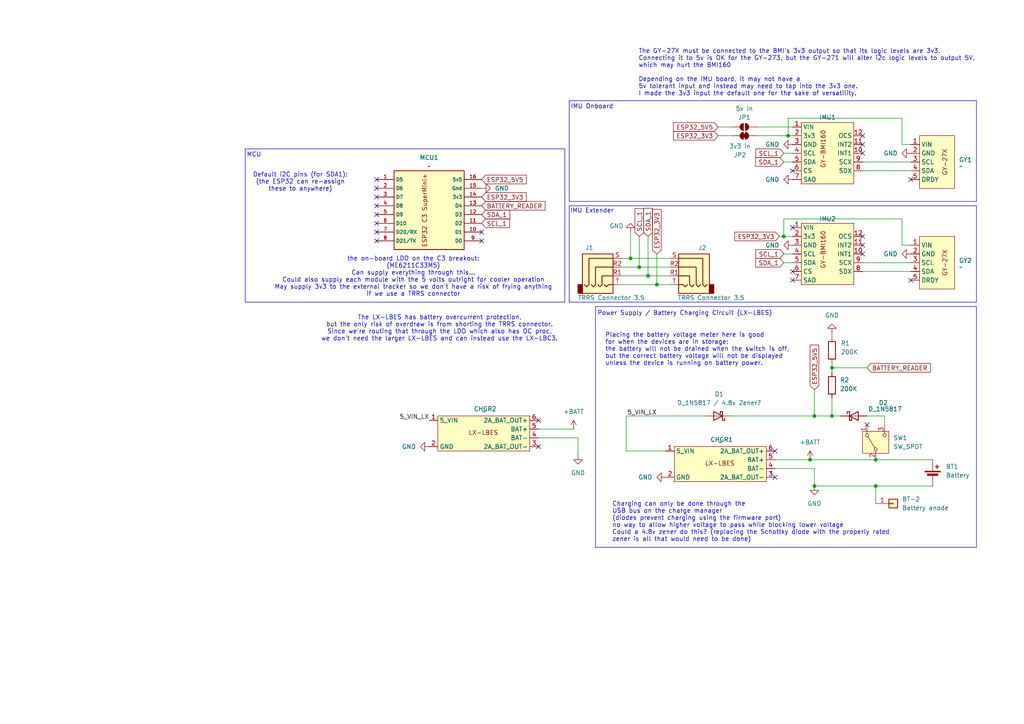
<source format=kicad_sch>
(kicad_sch (version 20250114) (generator "eeschema") (generator_version "9.0")
  (paper "A4")
  (title_block (title "UFBTM") (rev "1.0") (company "Dr. G"))
  (lib_symbols
    (symbol "Connector_Audio:AudioJack4"
      (property "Reference" "J" (at 0 8.89 0))
      (property "Value" "AudioJack4" (at 0 6.35 0))
      (symbol "AudioJack4_0_1"
        (rectangle (start -6.35 -5.08) (end -7.62 -7.62) (stroke (width 0.254)) (fill (type outline)))
        (polyline (pts (xy -5.715 -5.08) (xy -5.08 -5.715) (xy -4.445 -5.08) (xy -4.445 2.54) (xy 2.54 2.54)) (stroke (width 0.254)))
        (polyline (pts (xy -1.905 -5.08) (xy -1.27 -5.715) (xy -0.635 -5.08) (xy -0.635 -2.54) (xy 2.54 -2.54)) (stroke (width 0.254)))
        (polyline (pts (xy 0 -5.08) (xy 0.635 -5.715) (xy 1.27 -5.08) (xy 2.54 -5.08)) (stroke (width 0.254)))
        (rectangle (start 2.54 3.81) (end -6.35 -7.62) (stroke (width 0.254)) (fill (type background)))
        (polyline (pts (xy 2.54 0) (xy -2.54 0) (xy -2.54 -5.08) (xy -3.175 -5.715) (xy -3.81 -5.08)) (stroke (width 0.254)))
      )
      (symbol "AudioJack4_1_1"
        (pin passive line (at 5.08 2.54 180) (length 2.54) (name "~") (number "S"))
        (pin passive line (at 5.08 0 180) (length 2.54) (name "~") (number "R2"))
        (pin passive line (at 5.08 -2.54 180) (length 2.54) (name "~") (number "R1"))
        (pin passive line (at 5.08 -5.08 180) (length 2.54) (name "~") (number "T"))
      )
    )
    (symbol "Connector_Generic:Conn_01x01" (pin_names (offset 1.016) (hide yes))
      (property "Reference" "J" (at 0 2.54 0))
      (property "Value" "Conn_01x01" (at 0 -2.54 0))
      (symbol "Conn_01x01_1_1"
        (rectangle (start -1.27 1.27) (end 1.27 -1.27) (stroke (width 0.254)) (fill (type background)))
        (rectangle (start -1.27 0.127) (end 0 -0.127) (stroke (width 0.1524)))
        (pin passive line (at -5.08 0 0) (length 3.81) (name "Pin_1") (number "1"))
      )
    )
    (symbol "Device:Battery_Cell" (pin_numbers (hide yes)) (pin_names (offset 0) (hide yes))
      (property "Reference" "BT" (at 2.54 2.54 0))
      (property "Value" "Battery_Cell" (at 2.54 0 0))
      (symbol "Battery_Cell_0_1"
        (rectangle (start -2.286 1.778) (end 2.286 1.524) (fill (type outline)))
        (rectangle (start -1.524 1.016) (end 1.524 0.508) (fill (type outline)))
        (polyline (pts (xy 0 1.778) (xy 0 2.54)))
        (polyline (pts (xy 0 0.762) (xy 0 0)))
        (polyline (pts (xy 0.762 3.048) (xy 1.778 3.048)) (stroke (width 0.254)))
        (polyline (pts (xy 1.27 3.556) (xy 1.27 2.54)) (stroke (width 0.254)))
      )
      (symbol "Battery_Cell_1_1"
        (pin passive line (at 0 5.08 270) (length 2.54) (name "+") (number "1"))
        (pin passive line (at 0 -2.54 90) (length 2.54) (name "-") (number "2"))
      )
    )
    (symbol "Device:D_Schottky" (pin_numbers (hide yes)) (pin_names (offset 1.016) (hide yes))
      (property "Reference" "D" (at 0 2.54 0))
      (property "Value" "D_Schottky" (at 0 -2.54 0))
      (symbol "D_Schottky_0_1"
        (polyline (pts (xy -1.905 0.635) (xy -1.905 1.27) (xy -1.27 1.27) (xy -1.27 -1.27) (xy -0.635 -1.27) (xy -0.635 -0.635)) (stroke (width 0.254)))
        (polyline (pts (xy 1.27 1.27) (xy 1.27 -1.27) (xy -1.27 0) (xy 1.27 1.27)) (stroke (width 0.254)))
        (polyline (pts (xy 1.27 0) (xy -1.27 0)))
      )
      (symbol "D_Schottky_1_1"
        (pin passive line (at -3.81 0 0) (length 2.54) (name "K") (number "1"))
        (pin passive line (at 3.81 0 180) (length 2.54) (name "A") (number "2"))
      )
    )
    (symbol "Device:R" (pin_numbers (hide yes)) (pin_names (offset 0))
      (property "Reference" "R" (at 2.032 0 90))
      (property "Value" "R" (at 0 0 90))
      (symbol "R_0_1"
        (rectangle (start -1.016 -2.54) (end 1.016 2.54) (stroke (width 0.254)))
      )
      (symbol "R_1_1"
        (pin passive line (at 0 3.81 270) (length 1.27) (name "~") (number "1"))
        (pin passive line (at 0 -3.81 90) (length 1.27) (name "~") (number "2"))
      )
    )
    (symbol "Espressif:ESP32-C3-SuperMini_PLUS"
      (property "Reference" "U" (at 1.27 -3.81 90))
      (symbol "ESP32-C3-SuperMini_PLUS_0_1"
        (rectangle (start -10.16 -11.43) (end 10.16 11.43) (stroke (width 0.254)) (fill (type background)))
      )
      (symbol "ESP32-C3-SuperMini_PLUS_1_1"
        (text "ESP32 C3 SuperMini+\n" (at -1.27 0 900) (effects (font (size 1.27 1.27))))
        (pin bidirectional line (at -15.24 8.89 0) (length 5.08) (name "D5") (number "1"))
        (pin bidirectional line (at -15.24 6.35 0) (length 5.08) (name "D6") (number "2"))
        (pin bidirectional line (at -15.24 3.81 0) (length 5.08) (name "D7") (number "3"))
        (pin bidirectional line (at -15.24 1.27 0) (length 5.08) (name "D8") (number "4"))
        (pin bidirectional line (at -15.24 -1.27 0) (length 5.08) (name "D9") (number "5"))
        (pin bidirectional line (at -15.24 -3.81 0) (length 5.08) (name "D10") (number "6"))
        (pin bidirectional line (at -15.24 -6.35 0) (length 5.08) (name "D20/RX") (number "7"))
        (pin bidirectional line (at -15.24 -8.89 0) (length 5.08) (name "D21/TX") (number "8"))
        (pin bidirectional line (at 15.24 8.89 180) (length 5.08) (name "5v5") (number "16"))
        (pin power_in line (at 15.24 6.35 180) (length 5.08) (name "Gnd") (number "15"))
        (pin bidirectional line (at 15.24 3.81 180) (length 5.08) (name "3v3") (number "14"))
        (pin bidirectional line (at 15.24 1.27 180) (length 5.08) (name "D4") (number "13"))
        (pin bidirectional line (at 15.24 -1.27 180) (length 5.08) (name "D3") (number "12"))
        (pin bidirectional line (at 15.24 -3.81 180) (length 5.08) (name "D2") (number "11"))
        (pin bidirectional line (at 15.24 -6.35 180) (length 5.08) (name "D1") (number "10"))
        (pin bidirectional line (at 15.24 -8.89 180) (length 5.08) (name "D0") (number "9"))
      )
    )
    (symbol "Jumper:SolderJumper_2_Bridged" (pin_numbers (hide yes)) (pin_names (offset 0) (hide yes)) (in_bom no)
      (property "Reference" "JP" (at 0 2.032 0))
      (property "Value" "SolderJumper_2_Bridged" (at 0 -2.54 0))
      (symbol "SolderJumper_2_Bridged_0_1"
        (rectangle (start -0.508 0.508) (end 0.508 -0.508) (fill (type outline)))
        (polyline (pts (xy -0.254 1.016) (xy -0.254 -1.016)))
        (arc (start -0.254 -1.016) (mid -1.2656 0) (end -0.254 1.016))
        (arc (start -0.254 -1.016) (mid -1.2656 0) (end -0.254 1.016) (fill (type outline)))
        (arc (start 0.254 1.016) (mid 1.2656 0) (end 0.254 -1.016))
        (arc (start 0.254 1.016) (mid 1.2656 0) (end 0.254 -1.016) (fill (type outline)))
        (polyline (pts (xy 0.254 1.016) (xy 0.254 -1.016)))
      )
      (symbol "SolderJumper_2_Bridged_1_1"
        (pin passive line (at -3.81 0 0) (length 2.54) (name "A") (number "1"))
        (pin passive line (at 3.81 0 180) (length 2.54) (name "B") (number "2"))
      )
    )
    (symbol "Jumper:SolderJumper_2_Open" (pin_numbers (hide yes)) (pin_names (offset 0) (hide yes)) (in_bom no)
      (property "Reference" "JP" (at 0 2.032 0))
      (property "Value" "SolderJumper_2_Open" (at 0 -2.54 0))
      (symbol "SolderJumper_2_Open_0_1"
        (polyline (pts (xy -0.254 1.016) (xy -0.254 -1.016)))
        (arc (start -0.254 -1.016) (mid -1.2656 0) (end -0.254 1.016))
        (arc (start -0.254 -1.016) (mid -1.2656 0) (end -0.254 1.016) (fill (type outline)))
        (arc (start 0.254 1.016) (mid 1.2656 0) (end 0.254 -1.016))
        (arc (start 0.254 1.016) (mid 1.2656 0) (end 0.254 -1.016) (fill (type outline)))
        (polyline (pts (xy 0.254 1.016) (xy 0.254 -1.016)))
      )
      (symbol "SolderJumper_2_Open_1_1"
        (pin passive line (at -3.81 0 0) (length 2.54) (name "A") (number "1"))
        (pin passive line (at 3.81 0 180) (length 2.54) (name "B") (number "2"))
      )
    )
    (symbol "My_Library:GY-271 (QMC5883L)"
      (property "Reference" "U" (at 0 8.382 0))
      (symbol "GY-271 (QMC5883L)_1_1"
        (rectangle (start -5.08 6.35) (end 5.08 -8.89) (fill (type background)))
        (text "GY-27X" (at 2.286 -1.27 900) (effects (font (size 1.27 1.27))))
        (pin power_in line (at -7.62 3.81 0) (length 2.54) (name "VIN") (number "1"))
        (pin power_in line (at -7.62 1.27 0) (length 2.54) (name "GND") (number "2"))
        (pin bidirectional line (at -7.62 -1.27 0) (length 2.54) (name "SCL") (number "3"))
        (pin bidirectional line (at -7.62 -3.81 0) (length 2.54) (name "SDA") (number "4"))
        (pin output line (at -7.62 -6.35 0) (length 2.54) (name "DRDY") (number "5"))
      )
    )
    (symbol "My_Library:GY-BMI160"
      (property "Reference" "U" (at 1.27 0 90))
      (symbol "GY-BMI160_1_1"
        (rectangle (start -7.62 8.89) (end 7.62 -8.89) (fill (type background)))
        (text "GY-BMI160" (at -1.27 1.27 900) (effects (font (size 1.27 1.27))))
        (pin power_in line (at -10.16 7.62 0) (length 2.54) (name "VIN") (number "1"))
        (pin power_in line (at -10.16 5.08 0) (length 2.54) (name "3v3") (number "2"))
        (pin power_in line (at -10.16 2.54 0) (length 2.54) (name "GND") (number "3"))
        (pin input line (at -10.16 0 0) (length 2.54) (name "SCL") (number "4"))
        (pin input line (at -10.16 -2.54 0) (length 2.54) (name "SDA") (number "5"))
        (pin input line (at -10.16 -5.08 0) (length 2.54) (name "CS") (number "6"))
        (pin input line (at -10.16 -7.62 0) (length 2.54) (name "SAO") (number "7"))
        (pin input line (at 10.16 5.08 180) (length 2.54) (name "OCS") (number "12"))
        (pin input line (at 10.16 2.54 180) (length 2.54) (name "INT2") (number "11"))
        (pin input line (at 10.16 0 180) (length 2.54) (name "INT1") (number "10"))
        (pin input line (at 10.16 -2.54 180) (length 2.54) (name "SCX") (number "9"))
        (pin input line (at 10.16 -5.08 180) (length 2.54) (name "SDX") (number "8"))
      )
    )
    (symbol "My_Library:LX-LBES"
      (property "Reference" "U" (at -0.508 6.604 0))
      (symbol "LX-LBES_1_1"
        (rectangle (start -13.97 5.08) (end 12.7 -5.08) (fill (type background)))
        (text "LX-LBES" (at -0.762 0.254 0) (effects (font (size 1.27 1.27))))
        (pin power_in line (at -16.51 3.81 0) (length 2.54) (name "5_VIN") (number "1"))
        (pin power_in line (at -16.51 -3.81 0) (length 2.54) (name "GND") (number "2"))
        (pin power_out line (at 15.24 3.81 180) (length 2.54) (name "2A_BAT_OUT+") (number "6"))
        (pin power_in line (at 15.24 1.27 180) (length 2.54) (name "BAT+") (number "5"))
        (pin power_in line (at 15.24 -1.27 180) (length 2.54) (name "BAT-") (number "4"))
        (pin power_out line (at 15.24 -3.81 180) (length 2.54) (name "2A_BAT_OUT-") (number "3"))
      )
    )
    (symbol "Switch:SW_SPDT" (pin_names (offset 0) (hide yes))
      (property "Reference" "SW" (at 0 5.08 0))
      (property "Value" "SW_SPDT" (at 0 -5.08 0))
      (symbol "SW_SPDT_0_1"
        (circle (center -2.032 0) (radius 0.4572))
        (polyline (pts (xy -1.651 0.254) (xy 1.651 2.286)))
        (circle (center 2.032 2.54) (radius 0.4572))
        (circle (center 2.032 -2.54) (radius 0.4572))
      )
      (symbol "SW_SPDT_1_1"
        (rectangle (start -3.175 3.81) (end 3.175 -3.81) (fill (type background)))
        (pin passive line (at -5.08 0 0) (length 2.54) (name "B") (number "2"))
        (pin passive line (at 5.08 2.54 180) (length 2.54) (name "A") (number "1"))
        (pin passive line (at 5.08 -2.54 180) (length 2.54) (name "C") (number "3"))
      )
    )
    (symbol "power:+BATT" (power) (pin_numbers (hide yes)) (pin_names (offset 0) (hide yes))
      (property "Value" "+BATT" (at 0 3.556 0))
      (symbol "+BATT_0_1"
        (polyline (pts (xy -0.762 1.27) (xy 0 2.54)))
        (polyline (pts (xy 0 2.54) (xy 0.762 1.27)))
        (polyline (pts (xy 0 0) (xy 0 2.54)))
      )
      (symbol "+BATT_1_1"
        (pin power_in line (at 0 0 90) (length 0) (name "~") (number "1"))
      )
    )
    (symbol "power:GND" (power) (pin_numbers (hide yes)) (pin_names (offset 0) (hide yes))
      (property "Value" "GND" (at 0 -3.81 0))
      (symbol "GND_0_1"
        (polyline (pts (xy 0 0) (xy 0 -1.27) (xy 1.27 -1.27) (xy 0 -2.54) (xy -1.27 -1.27) (xy 0 -1.27)))
      )
      (symbol "GND_1_1"
        (pin power_in line (at 0 0 270) (length 0) (name "~") (number "1"))
      )
    )
  )
  (rectangle (start 165.1 59.69) (end 283.21 87.63))
  (rectangle (start 71.12 43.18) (end 163.83 87.63))
  (rectangle (start 165.1 29.21) (end 283.21 58.42))
  (rectangle (start 172.72 88.9) (end 283.21 158.75))
  (text "MCU" (at 73.66 44.958 0) (effects (font (size 1.27 1.27))))
  (text "the on-board LDO on the C3 breakout:\n(ME6211C33M5)\nCan supply everything through this...\nCould also supply each module with the 5 volts outright for cooler operation\nMay supply 3v3 to the external tracker so we don't have a risk of frying anything\nif we use a TRRS connector" (at 119.888 80.264 0) (effects (font (size 1.27 1.27))))
  (text "Placing the battery voltage meter here is good\nfor when the devices are in storage;\nthe battery will not be drained when the switch is off,\nbut the correct battery voltage will not be displayed\nunless the device is running on battery power." (at 175.514 101.346 0) (effects (font (size 1.27 1.27)) (justify left)))
  (text "IMU Extender" (at 171.704 61.214 0) (effects (font (size 1.27 1.27))))
  (text "The GY-27X must be connected to the BMI's 3v3 output so that its logic levels are 3v3.\nConnecting it to 5v is OK for the GY-273, but the GY-271 will alter i2c logic levels to output 5V,\nwhich may hurt the BMI160\n\nDepending on the IMU board, it may not have a\n5v tolerant input and instead may need to tap into the 3v3 one.\nI made the 3v3 input the default one for the sake of versatility." (at 185.166 21.082 0) (effects (font (size 1.27 1.27)) (justify left)))
  (text "IMU Onboard" (at 171.704 30.988 0) (effects (font (size 1.27 1.27))))
  (text "Charging can only be done through the\nUSB bus on the charge manager\n(diodes prevent charging using the firmware port)\nno way to allow higher voltage to pass while blocking lower voltage\nCould a 4.8v zener do this? (replacing the Schottky diode with the properly rated\nzener is all that would need to be done)" (at 177.546 151.384 0) (effects (font (size 1.27 1.27)) (justify left)))
  (text "Power Supply / Battery Charging Circuit (LX-LBES)" (at 198.628 90.932 0) (effects (font (size 1.27 1.27))))
  (text "The LX-LBES has battery overcurrent protection,\nbut the only risk of overdraw is from shorting the TRRS connector.\nSince we're routing that through the LDO which also has OC proc,\nwe don't need the larger LX-LBES and can instead use the LX-LBC3." (at 127.508 95.25 0) (effects (font (size 1.27 1.27))))
  (text "Default i2C pins (for SDA1):\n(the ESP32 can re-assign\nthese to anywhere)" (at 87.122 52.832 0) (effects (font (size 1.27 1.27))))
  (junction (at 182.88 74.93))
  (junction (at 190.5 82.55))
  (junction (at 241.3 106.68))
  (junction (at 254 133.35))
  (junction (at 254 140.97))
  (junction (at 236.22 140.97))
  (junction (at 236.22 120.65))
  (junction (at 187.96 80.01))
  (junction (at 227.33 68.58))
  (junction (at 185.42 77.47))
  (junction (at 241.3 120.65))
  (junction (at 234.95 133.35))
  (junction (at 228.6 39.37))
  (no_connect (at 264.16 52.07))
  (no_connect (at 250.19 68.58))
  (no_connect (at 229.87 81.28))
  (no_connect (at 250.19 71.12))
  (no_connect (at 156.21 121.92))
  (no_connect (at 109.22 52.07))
  (no_connect (at 229.87 49.53))
  (no_connect (at 139.7 67.31))
  (no_connect (at 229.87 78.74))
  (no_connect (at 109.22 67.31))
  (no_connect (at 156.21 129.54))
  (no_connect (at 251.46 123.19))
  (no_connect (at 139.7 69.85))
  (no_connect (at 250.19 39.37))
  (no_connect (at 109.22 54.61))
  (no_connect (at 109.22 57.15))
  (no_connect (at 224.79 138.43))
  (no_connect (at 250.19 73.66))
  (no_connect (at 109.22 62.23))
  (no_connect (at 250.19 44.45))
  (no_connect (at 109.22 59.69))
  (no_connect (at 224.79 130.81))
  (no_connect (at 250.19 41.91))
  (no_connect (at 229.87 66.04))
  (no_connect (at 109.22 64.77))
  (no_connect (at 109.22 69.85))
  (no_connect (at 264.16 81.28))
  (wire (pts (xy 250.19 46.99) (xy 264.16 46.99)))
  (wire (pts (xy 181.61 130.81) (xy 193.04 130.81)))
  (wire (pts (xy 224.79 135.89) (xy 236.22 135.89)))
  (wire (pts (xy 227.33 68.58) (xy 227.33 63.5)))
  (wire (pts (xy 228.6 39.37) (xy 228.6 34.29)))
  (wire (pts (xy 227.33 44.45) (xy 229.87 44.45)))
  (wire (pts (xy 261.62 71.12) (xy 264.16 71.12)))
  (wire (pts (xy 241.3 115.57) (xy 241.3 120.65)))
  (wire (pts (xy 229.87 39.37) (xy 228.6 39.37)))
  (wire (pts (xy 234.95 133.35) (xy 254 133.35)))
  (wire (pts (xy 236.22 113.03) (xy 236.22 120.65)))
  (wire (pts (xy 226.06 68.58) (xy 227.33 68.58)))
  (wire (pts (xy 208.28 36.83) (xy 212.09 36.83)))
  (wire (pts (xy 228.6 34.29) (xy 261.62 34.29)))
  (wire (pts (xy 181.61 120.65) (xy 204.47 120.65)))
  (wire (pts (xy 227.33 76.2) (xy 229.87 76.2)))
  (wire (pts (xy 180.34 80.01) (xy 187.96 80.01)))
  (wire (pts (xy 227.33 63.5) (xy 261.62 63.5)))
  (wire (pts (xy 261.62 34.29) (xy 261.62 41.91)))
  (wire (pts (xy 250.19 76.2) (xy 264.16 76.2)))
  (wire (pts (xy 180.34 77.47) (xy 185.42 77.47)))
  (wire (pts (xy 187.96 68.58) (xy 187.96 80.01)))
  (wire (pts (xy 254 140.97) (xy 270.51 140.97)))
  (wire (pts (xy 227.33 68.58) (xy 229.87 68.58)))
  (wire (pts (xy 187.96 80.01) (xy 194.31 80.01)))
  (wire (pts (xy 261.62 63.5) (xy 261.62 71.12)))
  (wire (pts (xy 219.71 39.37) (xy 228.6 39.37)))
  (wire (pts (xy 227.33 46.99) (xy 229.87 46.99)))
  (wire (pts (xy 227.33 73.66) (xy 229.87 73.66)))
  (wire (pts (xy 185.42 77.47) (xy 194.31 77.47)))
  (wire (pts (xy 185.42 68.58) (xy 185.42 77.47)))
  (wire (pts (xy 241.3 96.52) (xy 241.3 97.79)))
  (wire (pts (xy 182.88 74.93) (xy 194.31 74.93)))
  (wire (pts (xy 236.22 120.65) (xy 241.3 120.65)))
  (wire (pts (xy 251.46 120.65) (xy 256.54 120.65)))
  (wire (pts (xy 182.88 67.31) (xy 182.88 74.93)))
  (wire (pts (xy 212.09 120.65) (xy 236.22 120.65)))
  (wire (pts (xy 190.5 73.66) (xy 190.5 82.55)))
  (wire (pts (xy 180.34 82.55) (xy 190.5 82.55)))
  (wire (pts (xy 241.3 106.68) (xy 241.3 107.95)))
  (wire (pts (xy 241.3 105.41) (xy 241.3 106.68)))
  (wire (pts (xy 180.34 74.93) (xy 182.88 74.93)))
  (wire (pts (xy 250.19 78.74) (xy 264.16 78.74)))
  (wire (pts (xy 261.62 41.91) (xy 264.16 41.91)))
  (wire (pts (xy 254 133.35) (xy 270.51 133.35)))
  (wire (pts (xy 251.46 106.68) (xy 241.3 106.68)))
  (wire (pts (xy 208.28 39.37) (xy 212.09 39.37)))
  (wire (pts (xy 190.5 82.55) (xy 194.31 82.55)))
  (wire (pts (xy 219.71 36.83) (xy 229.87 36.83)))
  (wire (pts (xy 250.19 49.53) (xy 264.16 49.53)))
  (wire (pts (xy 156.21 124.46) (xy 166.37 124.46)))
  (wire (pts (xy 236.22 140.97) (xy 236.22 135.89)))
  (wire (pts (xy 224.79 133.35) (xy 234.95 133.35)))
  (wire (pts (xy 167.64 132.08) (xy 167.64 127)))
  (wire (pts (xy 256.54 120.65) (xy 256.54 123.19)))
  (wire (pts (xy 156.21 127) (xy 167.64 127)))
  (wire (pts (xy 181.61 120.65) (xy 181.61 130.81)))
  (wire (pts (xy 236.22 140.97) (xy 254 140.97)))
  (wire (pts (xy 254 140.97) (xy 254 146.05)))
  (wire (pts (xy 241.3 120.65) (xy 243.84 120.65)))
  (label "5_VIN_LX" (at 190.5 120.65 180))
  (label "5_VIN_LX" (at 124.46 121.92 180))
  (global_label "ESP32_3V3" (shape input) (at 190.5 73.66 90) (property "Intersheetrefs" "${INTERSHEET_REFS}" (effects (hide yes))))
  (global_label "ESP32_5V5" (shape input) (at 208.28 36.83 180) (property "Intersheetrefs" "${INTERSHEET_REFS}" (effects (hide yes))))
  (global_label "ESP32_3V3" (shape input) (at 208.28 39.37 180) (property "Intersheetrefs" "${INTERSHEET_REFS}" (effects (hide yes))))
  (global_label "SDA_1" (shape input) (at 139.7 62.23 0) (property "Intersheetrefs" "${INTERSHEET_REFS}" (effects (hide yes))))
  (global_label "BATTERY_READER" (shape input) (at 139.7 59.69 0) (property "Intersheetrefs" "${INTERSHEET_REFS}" (effects (hide yes))))
  (global_label "SDA_1" (shape input) (at 227.33 46.99 180) (property "Intersheetrefs" "${INTERSHEET_REFS}" (effects (hide yes))))
  (global_label "SCL_1" (shape input) (at 185.42 68.58 90) (property "Intersheetrefs" "${INTERSHEET_REFS}" (effects (hide yes))))
  (global_label "SCL_1" (shape input) (at 227.33 73.66 180) (property "Intersheetrefs" "${INTERSHEET_REFS}" (effects (hide yes))))
  (global_label "BATTERY_READER" (shape input) (at 251.46 106.68 0) (property "Intersheetrefs" "${INTERSHEET_REFS}" (effects (hide yes))))
  (global_label "ESP32_5V5" (shape input) (at 139.7 52.07 0) (property "Intersheetrefs" "${INTERSHEET_REFS}" (effects (hide yes))))
  (global_label "SCL_1" (shape input) (at 227.33 44.45 180) (property "Intersheetrefs" "${INTERSHEET_REFS}" (effects (hide yes))))
  (global_label "ESP32_5V5" (shape input) (at 236.22 113.03 90) (property "Intersheetrefs" "${INTERSHEET_REFS}" (effects (hide yes))))
  (global_label "SDA_1" (shape input) (at 187.96 68.58 90) (property "Intersheetrefs" "${INTERSHEET_REFS}" (effects (hide yes))))
  (global_label "SCL_1" (shape input) (at 139.7 64.77 0) (property "Intersheetrefs" "${INTERSHEET_REFS}" (effects (hide yes))))
  (global_label "ESP32_3V3" (shape input) (at 139.7 57.15 0) (property "Intersheetrefs" "${INTERSHEET_REFS}" (effects (hide yes))))
  (global_label "ESP32_3V3" (shape input) (at 226.06 68.58 180) (property "Intersheetrefs" "${INTERSHEET_REFS}" (effects (hide yes))))
  (global_label "SDA_1" (shape input) (at 227.33 76.2 180) (property "Intersheetrefs" "${INTERSHEET_REFS}" (effects (hide yes))))
  (symbol (lib_id "Connector_Audio:AudioJack4") (at 175.26 77.47 0) (unit 1)
    (property "Reference" "J1" (at 170.942 71.882 0))
    (property "Value" "TRRS Connector 3.5" (at 177.292 86.36 0))
    (property "Footprint" "My_Library:PJ-320A" (effects (hide yes)))
    (property "Description" "Audio Jack, 4 Poles (TRRS)" (effects (hide yes)))
  )
  (symbol (lib_id "My_Library:GY-BMI160") (at 240.03 73.66 0) (unit 1)
    (property "Reference" "IMU2" (at 240.03 63.5 0))
    (property "Value" "~" (at 240.03 63.5 0))
    (property "Footprint" "My_Library:GY-BMI160" (effects (hide yes)))
  )
  (symbol (lib_id "My_Library:GY-271 (QMC5883L)") (at 271.78 45.72 0) (unit 1)
    (property "Reference" "GY1" (at 278.13 46.3549 0) (effects (justify left)))
    (property "Value" "~" (at 278.13 48.26 0) (effects (justify left)))
    (property "Footprint" "My_Library:GY-271" (effects (hide yes)))
    (property "Description" "GY-271 3-axis magnetometer (QMC variant)" (effects (hide yes)))
  )
  (symbol (lib_id "power:GND") (at 229.87 71.12 270) (unit 1)
    (property "Reference" "#PWR06" (effects (hide yes)))
    (property "Value" "GND" (at 226.06 71.1199 90) (effects (justify right)))
    (property "Description" "Power symbol creates a global label with name \"GND\" , ground" (effects (hide yes)))
  )
  (symbol (lib_id "power:GND") (at 193.04 138.43 270) (unit 1)
    (property "Reference" "#PWR02" (effects (hide yes)))
    (property "Value" "GND" (at 189.23 138.4299 90) (effects (justify right)))
    (property "Description" "Power symbol creates a global label with name \"GND\" , ground" (effects (hide yes)))
  )
  (symbol (lib_id "power:GND") (at 241.3 96.52 180) (unit 1)
    (property "Reference" "#PWR09" (effects (hide yes)))
    (property "Value" "GND" (at 241.3 91.44 0))
    (property "Description" "Power symbol creates a global label with name \"GND\" , ground" (effects (hide yes)))
  )
  (symbol (lib_id "power:GND") (at 182.88 67.31 180) (unit 1)
    (property "Reference" "#PWR03" (effects (hide yes)))
    (property "Value" "GND" (at 178.816 65.532 0))
    (property "Description" "Power symbol creates a global label with name \"GND\" , ground" (effects (hide yes)))
  )
  (symbol (lib_id "Connector_Audio:AudioJack4") (at 199.39 77.47 0) (mirror y) (unit 1)
    (property "Reference" "J2" (at 203.708 71.882 0))
    (property "Value" "TRRS Connector 3.5" (at 206.248 86.36 0))
    (property "Footprint" "My_Library:PJ-320A" (effects (hide yes)))
    (property "Description" "Audio Jack, 4 Poles (TRRS)" (effects (hide yes)))
  )
  (symbol (lib_id "power:+BATT") (at 166.37 124.46 0) (unit 1)
    (property "Reference" "#PWR013" (effects (hide yes)))
    (property "Value" "+BATT" (at 166.37 119.38 0))
    (property "Description" "Power symbol creates a global label with name \"+BATT\"" (effects (hide yes)))
  )
  (symbol (lib_id "Espressif:ESP32-C3-SuperMini_PLUS") (at 124.46 60.96 0) (unit 1)
    (property "Reference" "MCU1" (at 124.46 45.72 0))
    (property "Value" "~" (at 124.46 48.26 0))
    (property "Footprint" "Espressif:ESP32-C3-Mini-V1" (effects (hide yes)))
  )
  (symbol (lib_id "Switch:SW_SPDT") (at 254 128.27 90) (unit 1)
    (property "Reference" "SW1" (at 259.08 126.9999 90) (effects (justify right)))
    (property "Value" "SW_SPDT" (at 259.08 129.5399 90) (effects (justify right)))
    (property "Footprint" "My_Library:SK12D07VG4" (effects (hide yes)))
    (property "Description" "Switch, single pole double throw" (effects (hide yes)))
  )
  (symbol (lib_id "My_Library:GY-271 (QMC5883L)") (at 271.78 74.93 0) (unit 1)
    (property "Reference" "GY2" (at 278.13 75.5649 0) (effects (justify left)))
    (property "Value" "~" (at 278.13 77.47 0) (effects (justify left)))
    (property "Footprint" "My_Library:GY-271" (effects (hide yes)))
    (property "Description" "GY-271 3-axis magnetometer (QMC variant)" (effects (hide yes)))
  )
  (symbol (lib_id "My_Library:LX-LBES") (at 140.97 125.73 0) (unit 1)
    (property "Reference" "CHGR2" (at 140.716 118.618 0))
    (property "Value" "~" (at 140.335 119.38 0))
    (property "Footprint" "My_Library:LX-LBES-Big" (effects (hide yes)))
    (property "Description" "Small-footprint li-ion battery charger with overdischarge protection" (effects (hide yes)))
  )
  (symbol (lib_id "Jumper:SolderJumper_2_Open") (at 215.9 36.83 180) (unit 1) (in_bom no)
    (property "Reference" "JP1" (at 215.9 34.036 0))
    (property "Value" "5v in" (at 215.9 31.496 0))
    (property "Footprint" "Jumper:SolderJumper-2_P1.3mm_Open_RoundedPad1.0x1.5mm" (effects (hide yes)))
    (property "Description" "Solder Jumper, 2-pole, open" (effects (hide yes)))
  )
  (symbol (lib_id "My_Library:LX-LBES") (at 209.55 134.62 0) (unit 1)
    (property "Reference" "CHGR1" (at 209.296 127.508 0))
    (property "Value" "~" (at 208.915 128.27 0))
    (property "Footprint" "My_Library:LX_LBES" (effects (hide yes)))
    (property "Description" "Small-footprint li-ion battery charger with overdischarge protection" (effects (hide yes)))
  )
  (symbol (lib_id "Jumper:SolderJumper_2_Bridged") (at 215.9 39.37 0) (unit 1) (in_bom no)
    (property "Reference" "JP2" (at 214.63 44.958 0))
    (property "Value" "3v3 in" (at 214.63 42.418 0))
    (property "Footprint" "Jumper:SolderJumper-2_P1.3mm_Bridged_RoundedPad1.0x1.5mm" (effects (hide yes)))
    (property "Description" "Solder Jumper, 2-pole, closed/bridged" (effects (hide yes)))
  )
  (symbol (lib_id "power:GND") (at 264.16 73.66 270) (unit 1)
    (property "Reference" "#PWR011" (effects (hide yes)))
    (property "Value" "GND" (at 260.35 73.6599 90) (effects (justify right)))
    (property "Description" "Power symbol creates a global label with name \"GND\" , ground" (effects (hide yes)))
  )
  (symbol (lib_id "Connector_Generic:Conn_01x01") (at 259.08 146.05 0) (unit 1)
    (property "Reference" "BT-2" (at 261.62 144.7799 0) (effects (justify left)))
    (property "Value" "Battery anode" (at 261.62 147.3199 0) (effects (justify left)))
    (property "Footprint" "Connector_PinHeader_2.54mm:PinHeader_1x01_P2.54mm_Vertical" (effects (hide yes)))
    (property "Description" "Generic connector, single row, 01x01, script generated (kicad-library-utils/schlib/autogen/connector/)" (effects (hide yes)))
  )
  (symbol (lib_id "power:GND") (at 139.7 54.61 90) (unit 1)
    (property "Reference" "#PWR01" (effects (hide yes)))
    (property "Value" "GND" (at 143.51 54.6099 90) (effects (justify right)))
    (property "Description" "Power symbol creates a global label with name \"GND\" , ground" (effects (hide yes)))
  )
  (symbol (lib_id "power:GND") (at 167.64 132.08 0) (unit 1)
    (property "Reference" "#PWR014" (effects (hide yes)))
    (property "Value" "GND" (at 167.64 137.16 0))
    (property "Description" "Power symbol creates a global label with name \"GND\" , ground" (effects (hide yes)))
  )
  (symbol (lib_id "Device:Battery_Cell") (at 270.51 138.43 0) (unit 1)
    (property "Reference" "BT1" (at 274.32 135.3184 0) (effects (justify left)))
    (property "Value" "Battery" (at 274.32 137.8584 0) (effects (justify left)))
    (property "Footprint" "Connector_PinHeader_2.54mm:PinHeader_1x02_P2.54mm_Vertical" (effects (hide yes)))
    (property "Description" "Single-cell battery" (effects (hide yes)))
  )
  (symbol (lib_id "Device:D_Schottky") (at 247.65 120.65 0) (unit 1)
    (property "Reference" "D2" (at 257.556 116.84 0) (effects (justify right)))
    (property "Value" "D_1N5817" (at 261.62 118.618 0) (effects (justify right)))
    (property "Footprint" "Diode_THT:D_DO-41_SOD81_P7.62mm_Horizontal" (effects (hide yes)))
    (property "Description" "Schottky diode" (effects (hide yes)))
  )
  (symbol (lib_id "Device:R") (at 241.3 101.6 0) (unit 1)
    (property "Reference" "R1" (at 243.84 99.568 0) (effects (justify left)))
    (property "Value" "200K" (at 243.84 102.108 0) (effects (justify left)))
    (property "Footprint" "Resistor_THT:R_Axial_DIN0207_L6.3mm_D2.5mm_P7.62mm_Horizontal" (effects (hide yes)))
    (property "Description" "Resistor" (effects (hide yes)))
  )
  (symbol (lib_id "My_Library:GY-BMI160") (at 240.03 44.45 0) (unit 1)
    (property "Reference" "IMU1" (at 240.03 34.036 0))
    (property "Value" "~" (at 240.03 34.29 0))
    (property "Footprint" "My_Library:GY-BMI160" (effects (hide yes)))
  )
  (symbol (lib_id "Device:D_Schottky") (at 208.28 120.65 180) (unit 1)
    (property "Reference" "D1" (at 208.5975 114.3 0))
    (property "Value" "D_1N5817 / 4.8v Zener?" (at 208.5975 116.84 0))
    (property "Footprint" "Diode_THT:D_DO-41_SOD81_P7.62mm_Horizontal" (effects (hide yes)))
    (property "Description" "Schottky diode" (effects (hide yes)))
  )
  (symbol (lib_id "power:GND") (at 229.87 41.91 270) (unit 1)
    (property "Reference" "#PWR04" (effects (hide yes)))
    (property "Value" "GND" (at 226.06 41.9099 90) (effects (justify right)))
    (property "Description" "Power symbol creates a global label with name \"GND\" , ground" (effects (hide yes)))
  )
  (symbol (lib_id "power:GND") (at 236.22 140.97 0) (unit 1)
    (property "Reference" "#PWR08" (effects (hide yes)))
    (property "Value" "GND" (at 236.22 146.05 0))
    (property "Description" "Power symbol creates a global label with name \"GND\" , ground" (effects (hide yes)))
  )
  (symbol (lib_id "power:GND") (at 264.16 44.45 270) (unit 1)
    (property "Reference" "#PWR010" (effects (hide yes)))
    (property "Value" "GND" (at 260.35 44.4499 90) (effects (justify right)))
    (property "Description" "Power symbol creates a global label with name \"GND\" , ground" (effects (hide yes)))
  )
  (symbol (lib_id "power:+BATT") (at 234.95 133.35 0) (unit 1)
    (property "Reference" "#PWR07" (effects (hide yes)))
    (property "Value" "+BATT" (at 234.95 128.27 0))
    (property "Description" "Power symbol creates a global label with name \"+BATT\"" (effects (hide yes)))
  )
  (symbol (lib_id "power:GND") (at 229.87 52.07 270) (unit 1)
    (property "Reference" "#PWR05" (effects (hide yes)))
    (property "Value" "GND" (at 226.06 52.0699 90) (effects (justify right)))
    (property "Description" "Power symbol creates a global label with name \"GND\" , ground" (effects (hide yes)))
  )
  (symbol (lib_id "Device:R") (at 241.3 111.76 0) (unit 1)
    (property "Reference" "R2" (at 243.586 110.236 0) (effects (justify left)))
    (property "Value" "200K" (at 243.586 112.776 0) (effects (justify left)))
    (property "Footprint" "Resistor_THT:R_Axial_DIN0207_L6.3mm_D2.5mm_P7.62mm_Horizontal" (effects (hide yes)))
    (property "Description" "Resistor" (effects (hide yes)))
  )
  (symbol (lib_id "power:GND") (at 124.46 129.54 270) (unit 1)
    (property "Reference" "#PWR012" (effects (hide yes)))
    (property "Value" "GND" (at 120.65 129.5399 90) (effects (justify right)))
    (property "Description" "Power symbol creates a global label with name \"GND\" , ground" (effects (hide yes)))
  )
)
</source>
